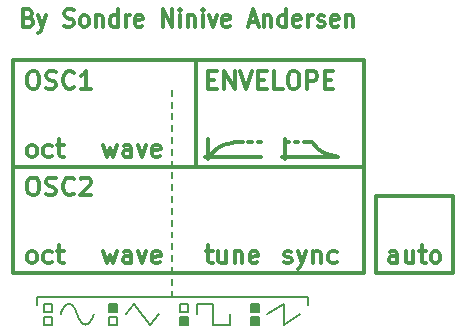
<source format=gbr>
G04 #@! TF.GenerationSoftware,KiCad,Pcbnew,(5.1.0)-1*
G04 #@! TF.CreationDate,2019-04-03T23:27:00+02:00*
G04 #@! TF.ProjectId,BusinessSynth,42757369-6e65-4737-9353-796e74682e6b,rev?*
G04 #@! TF.SameCoordinates,Original*
G04 #@! TF.FileFunction,Legend,Top*
G04 #@! TF.FilePolarity,Positive*
%FSLAX46Y46*%
G04 Gerber Fmt 4.6, Leading zero omitted, Abs format (unit mm)*
G04 Created by KiCad (PCBNEW (5.1.0)-1) date 2019-04-03 23:27:00*
%MOMM*%
%LPD*%
G04 APERTURE LIST*
%ADD10C,0.200000*%
%ADD11C,0.300000*%
G04 APERTURE END LIST*
D10*
X132350000Y-104450000D02*
X131650000Y-104450000D01*
X131650000Y-105150000D02*
X132350000Y-105150000D01*
X131650000Y-104450000D02*
X131650000Y-105150000D01*
X132350000Y-105150000D02*
X132350000Y-104450000D01*
X131650000Y-104050000D02*
X132350000Y-104050000D01*
X132350000Y-103350000D02*
X131650000Y-103350000D01*
X132350000Y-104050000D02*
X132350000Y-103350000D01*
X131650000Y-103350000D02*
X131650000Y-104050000D01*
X137850000Y-104450000D02*
X137150000Y-104450000D01*
X137150000Y-105150000D02*
X137850000Y-105150000D01*
X137150000Y-104450000D02*
X137150000Y-105150000D01*
X137850000Y-105150000D02*
X137850000Y-104450000D01*
X143150000Y-103350000D02*
X143150000Y-104050000D01*
X143850000Y-103350000D02*
X143150000Y-103350000D01*
X143850000Y-104050000D02*
X143850000Y-103350000D01*
X143150000Y-104050000D02*
X143850000Y-104050000D01*
G36*
X149850000Y-105150000D02*
G01*
X149150000Y-105150000D01*
X149150000Y-104450000D01*
X149850000Y-104450000D01*
X149850000Y-105150000D01*
G37*
X149850000Y-105150000D02*
X149150000Y-105150000D01*
X149150000Y-104450000D01*
X149850000Y-104450000D01*
X149850000Y-105150000D01*
G36*
X149850000Y-104050000D02*
G01*
X149150000Y-104050000D01*
X149150000Y-103350000D01*
X149850000Y-103350000D01*
X149850000Y-104050000D01*
G37*
X149850000Y-104050000D02*
X149150000Y-104050000D01*
X149150000Y-103350000D01*
X149850000Y-103350000D01*
X149850000Y-104050000D01*
G36*
X137850000Y-104050000D02*
G01*
X137150000Y-104050000D01*
X137150000Y-103350000D01*
X137850000Y-103350000D01*
X137850000Y-104050000D01*
G37*
X137850000Y-104050000D02*
X137150000Y-104050000D01*
X137150000Y-103350000D01*
X137850000Y-103350000D01*
X137850000Y-104050000D01*
G36*
X143850000Y-105150000D02*
G01*
X143150000Y-105150000D01*
X143150000Y-104450000D01*
X143850000Y-104450000D01*
X143850000Y-105150000D01*
G37*
X143850000Y-105150000D02*
X143150000Y-105150000D01*
X143150000Y-104450000D01*
X143850000Y-104450000D01*
X143850000Y-105150000D01*
X150550000Y-104250000D02*
X151950000Y-103350000D01*
X151950000Y-103350000D02*
X151950000Y-105150000D01*
X151950000Y-105150000D02*
X153350000Y-104250000D01*
X144550000Y-104250000D02*
X144550000Y-103350000D01*
X147350000Y-105150000D02*
X147350000Y-104250000D01*
X145950000Y-103350000D02*
X145950000Y-105150000D01*
X147350000Y-105150000D02*
X145950000Y-105150000D01*
X145950000Y-103350000D02*
X144550000Y-103350000D01*
X139250000Y-103350000D02*
X140650000Y-105150000D01*
X138550000Y-104250000D02*
X139250000Y-103350000D01*
X140650000Y-105150000D02*
X141350000Y-104250000D01*
X135700000Y-104650000D02*
X135850000Y-104250000D01*
X134896893Y-105054161D02*
G75*
G02X134600001Y-104649999I603107J754161D01*
G01*
X135403107Y-105054161D02*
G75*
G03X135699999Y-104649999I-603107J754161D01*
G01*
X135399941Y-105050047D02*
G75*
G02X134900001Y-105049999I-249941J300047D01*
G01*
X134600000Y-104650000D02*
X134450000Y-104250000D01*
X133496893Y-103445839D02*
G75*
G03X133200001Y-103850001I603107J-754161D01*
G01*
X133200000Y-103850000D02*
X133050000Y-104250000D01*
X134300000Y-103850000D02*
X134450000Y-104250000D01*
X133500059Y-103449953D02*
G75*
G02X133999999Y-103450001I249941J-300047D01*
G01*
X134003107Y-103445839D02*
G75*
G02X134299999Y-103850001I-603107J-754161D01*
G01*
X142500000Y-102250000D02*
X142500000Y-102750000D01*
D11*
X161535714Y-99928571D02*
X161535714Y-99142857D01*
X161464285Y-99000000D01*
X161321428Y-98928571D01*
X161035714Y-98928571D01*
X160892857Y-99000000D01*
X161535714Y-99857142D02*
X161392857Y-99928571D01*
X161035714Y-99928571D01*
X160892857Y-99857142D01*
X160821428Y-99714285D01*
X160821428Y-99571428D01*
X160892857Y-99428571D01*
X161035714Y-99357142D01*
X161392857Y-99357142D01*
X161535714Y-99285714D01*
X162892857Y-98928571D02*
X162892857Y-99928571D01*
X162250000Y-98928571D02*
X162250000Y-99714285D01*
X162321428Y-99857142D01*
X162464285Y-99928571D01*
X162678571Y-99928571D01*
X162821428Y-99857142D01*
X162892857Y-99785714D01*
X163392857Y-98928571D02*
X163964285Y-98928571D01*
X163607142Y-98428571D02*
X163607142Y-99714285D01*
X163678571Y-99857142D01*
X163821428Y-99928571D01*
X163964285Y-99928571D01*
X164678571Y-99928571D02*
X164535714Y-99857142D01*
X164464285Y-99785714D01*
X164392857Y-99642857D01*
X164392857Y-99214285D01*
X164464285Y-99071428D01*
X164535714Y-99000000D01*
X164678571Y-98928571D01*
X164892857Y-98928571D01*
X165035714Y-99000000D01*
X165107142Y-99071428D01*
X165178571Y-99214285D01*
X165178571Y-99642857D01*
X165107142Y-99785714D01*
X165035714Y-99857142D01*
X164892857Y-99928571D01*
X164678571Y-99928571D01*
X166250000Y-100750000D02*
X166250000Y-94250000D01*
X159750000Y-100750000D02*
X159750000Y-94250000D01*
X166250000Y-94250000D02*
X159750000Y-94250000D01*
X159750000Y-100750000D02*
X166250000Y-100750000D01*
X130345000Y-79142857D02*
X130545000Y-79214285D01*
X130611666Y-79285714D01*
X130678333Y-79428571D01*
X130678333Y-79642857D01*
X130611666Y-79785714D01*
X130545000Y-79857142D01*
X130411666Y-79928571D01*
X129878333Y-79928571D01*
X129878333Y-78428571D01*
X130345000Y-78428571D01*
X130478333Y-78500000D01*
X130545000Y-78571428D01*
X130611666Y-78714285D01*
X130611666Y-78857142D01*
X130545000Y-79000000D01*
X130478333Y-79071428D01*
X130345000Y-79142857D01*
X129878333Y-79142857D01*
X131145000Y-78928571D02*
X131478333Y-79928571D01*
X131811666Y-78928571D02*
X131478333Y-79928571D01*
X131345000Y-80285714D01*
X131278333Y-80357142D01*
X131145000Y-80428571D01*
X133345000Y-79857142D02*
X133545000Y-79928571D01*
X133878333Y-79928571D01*
X134011666Y-79857142D01*
X134078333Y-79785714D01*
X134145000Y-79642857D01*
X134145000Y-79500000D01*
X134078333Y-79357142D01*
X134011666Y-79285714D01*
X133878333Y-79214285D01*
X133611666Y-79142857D01*
X133478333Y-79071428D01*
X133411666Y-79000000D01*
X133345000Y-78857142D01*
X133345000Y-78714285D01*
X133411666Y-78571428D01*
X133478333Y-78500000D01*
X133611666Y-78428571D01*
X133945000Y-78428571D01*
X134145000Y-78500000D01*
X134945000Y-79928571D02*
X134811666Y-79857142D01*
X134745000Y-79785714D01*
X134678333Y-79642857D01*
X134678333Y-79214285D01*
X134745000Y-79071428D01*
X134811666Y-79000000D01*
X134945000Y-78928571D01*
X135145000Y-78928571D01*
X135278333Y-79000000D01*
X135345000Y-79071428D01*
X135411666Y-79214285D01*
X135411666Y-79642857D01*
X135345000Y-79785714D01*
X135278333Y-79857142D01*
X135145000Y-79928571D01*
X134945000Y-79928571D01*
X136011666Y-78928571D02*
X136011666Y-79928571D01*
X136011666Y-79071428D02*
X136078333Y-79000000D01*
X136211666Y-78928571D01*
X136411666Y-78928571D01*
X136545000Y-79000000D01*
X136611666Y-79142857D01*
X136611666Y-79928571D01*
X137878333Y-79928571D02*
X137878333Y-78428571D01*
X137878333Y-79857142D02*
X137745000Y-79928571D01*
X137478333Y-79928571D01*
X137345000Y-79857142D01*
X137278333Y-79785714D01*
X137211666Y-79642857D01*
X137211666Y-79214285D01*
X137278333Y-79071428D01*
X137345000Y-79000000D01*
X137478333Y-78928571D01*
X137745000Y-78928571D01*
X137878333Y-79000000D01*
X138545000Y-79928571D02*
X138545000Y-78928571D01*
X138545000Y-79214285D02*
X138611666Y-79071428D01*
X138678333Y-79000000D01*
X138811666Y-78928571D01*
X138945000Y-78928571D01*
X139945000Y-79857142D02*
X139811666Y-79928571D01*
X139545000Y-79928571D01*
X139411666Y-79857142D01*
X139345000Y-79714285D01*
X139345000Y-79142857D01*
X139411666Y-79000000D01*
X139545000Y-78928571D01*
X139811666Y-78928571D01*
X139945000Y-79000000D01*
X140011666Y-79142857D01*
X140011666Y-79285714D01*
X139345000Y-79428571D01*
X141678333Y-79928571D02*
X141678333Y-78428571D01*
X142478333Y-79928571D01*
X142478333Y-78428571D01*
X143145000Y-79928571D02*
X143145000Y-78928571D01*
X143145000Y-78428571D02*
X143078333Y-78500000D01*
X143145000Y-78571428D01*
X143211666Y-78500000D01*
X143145000Y-78428571D01*
X143145000Y-78571428D01*
X143811666Y-78928571D02*
X143811666Y-79928571D01*
X143811666Y-79071428D02*
X143878333Y-79000000D01*
X144011666Y-78928571D01*
X144211666Y-78928571D01*
X144345000Y-79000000D01*
X144411666Y-79142857D01*
X144411666Y-79928571D01*
X145078333Y-79928571D02*
X145078333Y-78928571D01*
X145078333Y-78428571D02*
X145011666Y-78500000D01*
X145078333Y-78571428D01*
X145145000Y-78500000D01*
X145078333Y-78428571D01*
X145078333Y-78571428D01*
X145611666Y-78928571D02*
X145945000Y-79928571D01*
X146278333Y-78928571D01*
X147345000Y-79857142D02*
X147211666Y-79928571D01*
X146945000Y-79928571D01*
X146811666Y-79857142D01*
X146745000Y-79714285D01*
X146745000Y-79142857D01*
X146811666Y-79000000D01*
X146945000Y-78928571D01*
X147211666Y-78928571D01*
X147345000Y-79000000D01*
X147411666Y-79142857D01*
X147411666Y-79285714D01*
X146745000Y-79428571D01*
X149011666Y-79500000D02*
X149678333Y-79500000D01*
X148878333Y-79928571D02*
X149345000Y-78428571D01*
X149811666Y-79928571D01*
X150278333Y-78928571D02*
X150278333Y-79928571D01*
X150278333Y-79071428D02*
X150345000Y-79000000D01*
X150478333Y-78928571D01*
X150678333Y-78928571D01*
X150811666Y-79000000D01*
X150878333Y-79142857D01*
X150878333Y-79928571D01*
X152145000Y-79928571D02*
X152145000Y-78428571D01*
X152145000Y-79857142D02*
X152011666Y-79928571D01*
X151745000Y-79928571D01*
X151611666Y-79857142D01*
X151545000Y-79785714D01*
X151478333Y-79642857D01*
X151478333Y-79214285D01*
X151545000Y-79071428D01*
X151611666Y-79000000D01*
X151745000Y-78928571D01*
X152011666Y-78928571D01*
X152145000Y-79000000D01*
X153345000Y-79857142D02*
X153211666Y-79928571D01*
X152945000Y-79928571D01*
X152811666Y-79857142D01*
X152745000Y-79714285D01*
X152745000Y-79142857D01*
X152811666Y-79000000D01*
X152945000Y-78928571D01*
X153211666Y-78928571D01*
X153345000Y-79000000D01*
X153411666Y-79142857D01*
X153411666Y-79285714D01*
X152745000Y-79428571D01*
X154011666Y-79928571D02*
X154011666Y-78928571D01*
X154011666Y-79214285D02*
X154078333Y-79071428D01*
X154145000Y-79000000D01*
X154278333Y-78928571D01*
X154411666Y-78928571D01*
X154811666Y-79857142D02*
X154945000Y-79928571D01*
X155211666Y-79928571D01*
X155345000Y-79857142D01*
X155411666Y-79714285D01*
X155411666Y-79642857D01*
X155345000Y-79500000D01*
X155211666Y-79428571D01*
X155011666Y-79428571D01*
X154878333Y-79357142D01*
X154811666Y-79214285D01*
X154811666Y-79142857D01*
X154878333Y-79000000D01*
X155011666Y-78928571D01*
X155211666Y-78928571D01*
X155345000Y-79000000D01*
X156545000Y-79857142D02*
X156411666Y-79928571D01*
X156145000Y-79928571D01*
X156011666Y-79857142D01*
X155945000Y-79714285D01*
X155945000Y-79142857D01*
X156011666Y-79000000D01*
X156145000Y-78928571D01*
X156411666Y-78928571D01*
X156545000Y-79000000D01*
X156611666Y-79142857D01*
X156611666Y-79285714D01*
X155945000Y-79428571D01*
X157211666Y-78928571D02*
X157211666Y-79928571D01*
X157211666Y-79071428D02*
X157278333Y-79000000D01*
X157411666Y-78928571D01*
X157611666Y-78928571D01*
X157745000Y-79000000D01*
X157811666Y-79142857D01*
X157811666Y-79928571D01*
D10*
X153950000Y-102750000D02*
X153950000Y-103450000D01*
X131050000Y-102750000D02*
X131050000Y-103450000D01*
X131050000Y-102750000D02*
X153950000Y-102750000D01*
X142500000Y-101250000D02*
X142500000Y-101750000D01*
X142500000Y-100250000D02*
X142500000Y-100750000D01*
X142500000Y-99250000D02*
X142500000Y-99750000D01*
X142500000Y-98250000D02*
X142500000Y-98750000D01*
X142500000Y-97250000D02*
X142500000Y-97750000D01*
X142500000Y-96250000D02*
X142500000Y-96750000D01*
X142500000Y-95250000D02*
X142500000Y-95750000D01*
X142500000Y-94250000D02*
X142500000Y-94750000D01*
X142500000Y-93250000D02*
X142500000Y-93750000D01*
X142500000Y-92250000D02*
X142500000Y-92750000D01*
X142500000Y-91250000D02*
X142500000Y-91750000D01*
X142500000Y-90250000D02*
X142500000Y-90750000D01*
X142500000Y-89250000D02*
X142500000Y-89750000D01*
X142500000Y-88250000D02*
X142500000Y-88750000D01*
X142500000Y-87250000D02*
X142500000Y-87750000D01*
X142500000Y-86250000D02*
X142500000Y-86750000D01*
X142500000Y-85250000D02*
X142500000Y-85750000D01*
D11*
X158750000Y-91750000D02*
X129000000Y-91750000D01*
X144500000Y-82750000D02*
X144500000Y-91750000D01*
X129000000Y-100750000D02*
X129000000Y-82750000D01*
X158750000Y-100750000D02*
X129000000Y-100750000D01*
X158750000Y-82750000D02*
X158750000Y-100750000D01*
X129000000Y-82750000D02*
X158750000Y-82750000D01*
X151800000Y-90900000D02*
X156550000Y-90900000D01*
X152050000Y-89450000D02*
X152050000Y-91150000D01*
X152050000Y-89700000D02*
X152350000Y-89700000D01*
X153650000Y-89700000D02*
X154350000Y-89700000D01*
X152850000Y-89700000D02*
X153150000Y-89700000D01*
X155454644Y-90661955D02*
G75*
G03X156450000Y-90900000I995356J1961955D01*
G01*
X154353504Y-89697770D02*
G75*
G03X155453291Y-90661268I2196496J1397770D01*
G01*
X147750000Y-89700000D02*
X148450000Y-89700000D01*
X148950000Y-89700000D02*
X149250000Y-89700000D01*
X149750000Y-89700000D02*
X150050000Y-89700000D01*
X145550000Y-89450000D02*
X145550000Y-91150000D01*
X146753291Y-89938732D02*
G75*
G02X147750000Y-89700000I996709J-1961268D01*
G01*
X145300000Y-90900000D02*
X150050000Y-90900000D01*
X145731422Y-90786730D02*
G75*
G02X146753291Y-89938732I2118578J-1513270D01*
G01*
X151980714Y-99857142D02*
X152123571Y-99928571D01*
X152409285Y-99928571D01*
X152552142Y-99857142D01*
X152623571Y-99714285D01*
X152623571Y-99642857D01*
X152552142Y-99500000D01*
X152409285Y-99428571D01*
X152195000Y-99428571D01*
X152052142Y-99357142D01*
X151980714Y-99214285D01*
X151980714Y-99142857D01*
X152052142Y-99000000D01*
X152195000Y-98928571D01*
X152409285Y-98928571D01*
X152552142Y-99000000D01*
X153123571Y-98928571D02*
X153480714Y-99928571D01*
X153837857Y-98928571D02*
X153480714Y-99928571D01*
X153337857Y-100285714D01*
X153266428Y-100357142D01*
X153123571Y-100428571D01*
X154409285Y-98928571D02*
X154409285Y-99928571D01*
X154409285Y-99071428D02*
X154480714Y-99000000D01*
X154623571Y-98928571D01*
X154837857Y-98928571D01*
X154980714Y-99000000D01*
X155052142Y-99142857D01*
X155052142Y-99928571D01*
X156409285Y-99857142D02*
X156266428Y-99928571D01*
X155980714Y-99928571D01*
X155837857Y-99857142D01*
X155766428Y-99785714D01*
X155695000Y-99642857D01*
X155695000Y-99214285D01*
X155766428Y-99071428D01*
X155837857Y-99000000D01*
X155980714Y-98928571D01*
X156266428Y-98928571D01*
X156409285Y-99000000D01*
X145337857Y-98928571D02*
X145909285Y-98928571D01*
X145552142Y-98428571D02*
X145552142Y-99714285D01*
X145623571Y-99857142D01*
X145766428Y-99928571D01*
X145909285Y-99928571D01*
X147052142Y-98928571D02*
X147052142Y-99928571D01*
X146409285Y-98928571D02*
X146409285Y-99714285D01*
X146480714Y-99857142D01*
X146623571Y-99928571D01*
X146837857Y-99928571D01*
X146980714Y-99857142D01*
X147052142Y-99785714D01*
X147766428Y-98928571D02*
X147766428Y-99928571D01*
X147766428Y-99071428D02*
X147837857Y-99000000D01*
X147980714Y-98928571D01*
X148195000Y-98928571D01*
X148337857Y-99000000D01*
X148409285Y-99142857D01*
X148409285Y-99928571D01*
X149695000Y-99857142D02*
X149552142Y-99928571D01*
X149266428Y-99928571D01*
X149123571Y-99857142D01*
X149052142Y-99714285D01*
X149052142Y-99142857D01*
X149123571Y-99000000D01*
X149266428Y-98928571D01*
X149552142Y-98928571D01*
X149695000Y-99000000D01*
X149766428Y-99142857D01*
X149766428Y-99285714D01*
X149052142Y-99428571D01*
X130516428Y-99928571D02*
X130373571Y-99857142D01*
X130302142Y-99785714D01*
X130230714Y-99642857D01*
X130230714Y-99214285D01*
X130302142Y-99071428D01*
X130373571Y-99000000D01*
X130516428Y-98928571D01*
X130730714Y-98928571D01*
X130873571Y-99000000D01*
X130945000Y-99071428D01*
X131016428Y-99214285D01*
X131016428Y-99642857D01*
X130945000Y-99785714D01*
X130873571Y-99857142D01*
X130730714Y-99928571D01*
X130516428Y-99928571D01*
X132302142Y-99857142D02*
X132159285Y-99928571D01*
X131873571Y-99928571D01*
X131730714Y-99857142D01*
X131659285Y-99785714D01*
X131587857Y-99642857D01*
X131587857Y-99214285D01*
X131659285Y-99071428D01*
X131730714Y-99000000D01*
X131873571Y-98928571D01*
X132159285Y-98928571D01*
X132302142Y-99000000D01*
X132730714Y-98928571D02*
X133302142Y-98928571D01*
X132945000Y-98428571D02*
X132945000Y-99714285D01*
X133016428Y-99857142D01*
X133159285Y-99928571D01*
X133302142Y-99928571D01*
X136659285Y-98928571D02*
X136945000Y-99928571D01*
X137230714Y-99214285D01*
X137516428Y-99928571D01*
X137802142Y-98928571D01*
X139016428Y-99928571D02*
X139016428Y-99142857D01*
X138945000Y-99000000D01*
X138802142Y-98928571D01*
X138516428Y-98928571D01*
X138373571Y-99000000D01*
X139016428Y-99857142D02*
X138873571Y-99928571D01*
X138516428Y-99928571D01*
X138373571Y-99857142D01*
X138302142Y-99714285D01*
X138302142Y-99571428D01*
X138373571Y-99428571D01*
X138516428Y-99357142D01*
X138873571Y-99357142D01*
X139016428Y-99285714D01*
X139587857Y-98928571D02*
X139945000Y-99928571D01*
X140302142Y-98928571D01*
X141445000Y-99857142D02*
X141302142Y-99928571D01*
X141016428Y-99928571D01*
X140873571Y-99857142D01*
X140802142Y-99714285D01*
X140802142Y-99142857D01*
X140873571Y-99000000D01*
X141016428Y-98928571D01*
X141302142Y-98928571D01*
X141445000Y-99000000D01*
X141516428Y-99142857D01*
X141516428Y-99285714D01*
X140802142Y-99428571D01*
X136659285Y-89928571D02*
X136945000Y-90928571D01*
X137230714Y-90214285D01*
X137516428Y-90928571D01*
X137802142Y-89928571D01*
X139016428Y-90928571D02*
X139016428Y-90142857D01*
X138945000Y-90000000D01*
X138802142Y-89928571D01*
X138516428Y-89928571D01*
X138373571Y-90000000D01*
X139016428Y-90857142D02*
X138873571Y-90928571D01*
X138516428Y-90928571D01*
X138373571Y-90857142D01*
X138302142Y-90714285D01*
X138302142Y-90571428D01*
X138373571Y-90428571D01*
X138516428Y-90357142D01*
X138873571Y-90357142D01*
X139016428Y-90285714D01*
X139587857Y-89928571D02*
X139945000Y-90928571D01*
X140302142Y-89928571D01*
X141445000Y-90857142D02*
X141302142Y-90928571D01*
X141016428Y-90928571D01*
X140873571Y-90857142D01*
X140802142Y-90714285D01*
X140802142Y-90142857D01*
X140873571Y-90000000D01*
X141016428Y-89928571D01*
X141302142Y-89928571D01*
X141445000Y-90000000D01*
X141516428Y-90142857D01*
X141516428Y-90285714D01*
X140802142Y-90428571D01*
X130516428Y-90928571D02*
X130373571Y-90857142D01*
X130302142Y-90785714D01*
X130230714Y-90642857D01*
X130230714Y-90214285D01*
X130302142Y-90071428D01*
X130373571Y-90000000D01*
X130516428Y-89928571D01*
X130730714Y-89928571D01*
X130873571Y-90000000D01*
X130945000Y-90071428D01*
X131016428Y-90214285D01*
X131016428Y-90642857D01*
X130945000Y-90785714D01*
X130873571Y-90857142D01*
X130730714Y-90928571D01*
X130516428Y-90928571D01*
X132302142Y-90857142D02*
X132159285Y-90928571D01*
X131873571Y-90928571D01*
X131730714Y-90857142D01*
X131659285Y-90785714D01*
X131587857Y-90642857D01*
X131587857Y-90214285D01*
X131659285Y-90071428D01*
X131730714Y-90000000D01*
X131873571Y-89928571D01*
X132159285Y-89928571D01*
X132302142Y-90000000D01*
X132730714Y-89928571D02*
X133302142Y-89928571D01*
X132945000Y-89428571D02*
X132945000Y-90714285D01*
X133016428Y-90857142D01*
X133159285Y-90928571D01*
X133302142Y-90928571D01*
X145552142Y-84392857D02*
X146052142Y-84392857D01*
X146266428Y-85178571D02*
X145552142Y-85178571D01*
X145552142Y-83678571D01*
X146266428Y-83678571D01*
X146909285Y-85178571D02*
X146909285Y-83678571D01*
X147766428Y-85178571D01*
X147766428Y-83678571D01*
X148266428Y-83678571D02*
X148766428Y-85178571D01*
X149266428Y-83678571D01*
X149766428Y-84392857D02*
X150266428Y-84392857D01*
X150480714Y-85178571D02*
X149766428Y-85178571D01*
X149766428Y-83678571D01*
X150480714Y-83678571D01*
X151837857Y-85178571D02*
X151123571Y-85178571D01*
X151123571Y-83678571D01*
X152623571Y-83678571D02*
X152909285Y-83678571D01*
X153052142Y-83750000D01*
X153195000Y-83892857D01*
X153266428Y-84178571D01*
X153266428Y-84678571D01*
X153195000Y-84964285D01*
X153052142Y-85107142D01*
X152909285Y-85178571D01*
X152623571Y-85178571D01*
X152480714Y-85107142D01*
X152337857Y-84964285D01*
X152266428Y-84678571D01*
X152266428Y-84178571D01*
X152337857Y-83892857D01*
X152480714Y-83750000D01*
X152623571Y-83678571D01*
X153909285Y-85178571D02*
X153909285Y-83678571D01*
X154480714Y-83678571D01*
X154623571Y-83750000D01*
X154695000Y-83821428D01*
X154766428Y-83964285D01*
X154766428Y-84178571D01*
X154695000Y-84321428D01*
X154623571Y-84392857D01*
X154480714Y-84464285D01*
X153909285Y-84464285D01*
X155409285Y-84392857D02*
X155909285Y-84392857D01*
X156123571Y-85178571D02*
X155409285Y-85178571D01*
X155409285Y-83678571D01*
X156123571Y-83678571D01*
X130587857Y-92678571D02*
X130873571Y-92678571D01*
X131016428Y-92750000D01*
X131159285Y-92892857D01*
X131230714Y-93178571D01*
X131230714Y-93678571D01*
X131159285Y-93964285D01*
X131016428Y-94107142D01*
X130873571Y-94178571D01*
X130587857Y-94178571D01*
X130445000Y-94107142D01*
X130302142Y-93964285D01*
X130230714Y-93678571D01*
X130230714Y-93178571D01*
X130302142Y-92892857D01*
X130445000Y-92750000D01*
X130587857Y-92678571D01*
X131802142Y-94107142D02*
X132016428Y-94178571D01*
X132373571Y-94178571D01*
X132516428Y-94107142D01*
X132587857Y-94035714D01*
X132659285Y-93892857D01*
X132659285Y-93750000D01*
X132587857Y-93607142D01*
X132516428Y-93535714D01*
X132373571Y-93464285D01*
X132087857Y-93392857D01*
X131945000Y-93321428D01*
X131873571Y-93250000D01*
X131802142Y-93107142D01*
X131802142Y-92964285D01*
X131873571Y-92821428D01*
X131945000Y-92750000D01*
X132087857Y-92678571D01*
X132445000Y-92678571D01*
X132659285Y-92750000D01*
X134159285Y-94035714D02*
X134087857Y-94107142D01*
X133873571Y-94178571D01*
X133730714Y-94178571D01*
X133516428Y-94107142D01*
X133373571Y-93964285D01*
X133302142Y-93821428D01*
X133230714Y-93535714D01*
X133230714Y-93321428D01*
X133302142Y-93035714D01*
X133373571Y-92892857D01*
X133516428Y-92750000D01*
X133730714Y-92678571D01*
X133873571Y-92678571D01*
X134087857Y-92750000D01*
X134159285Y-92821428D01*
X134730714Y-92821428D02*
X134802142Y-92750000D01*
X134945000Y-92678571D01*
X135302142Y-92678571D01*
X135445000Y-92750000D01*
X135516428Y-92821428D01*
X135587857Y-92964285D01*
X135587857Y-93107142D01*
X135516428Y-93321428D01*
X134659285Y-94178571D01*
X135587857Y-94178571D01*
X130587857Y-83678571D02*
X130873571Y-83678571D01*
X131016428Y-83750000D01*
X131159285Y-83892857D01*
X131230714Y-84178571D01*
X131230714Y-84678571D01*
X131159285Y-84964285D01*
X131016428Y-85107142D01*
X130873571Y-85178571D01*
X130587857Y-85178571D01*
X130445000Y-85107142D01*
X130302142Y-84964285D01*
X130230714Y-84678571D01*
X130230714Y-84178571D01*
X130302142Y-83892857D01*
X130445000Y-83750000D01*
X130587857Y-83678571D01*
X131802142Y-85107142D02*
X132016428Y-85178571D01*
X132373571Y-85178571D01*
X132516428Y-85107142D01*
X132587857Y-85035714D01*
X132659285Y-84892857D01*
X132659285Y-84750000D01*
X132587857Y-84607142D01*
X132516428Y-84535714D01*
X132373571Y-84464285D01*
X132087857Y-84392857D01*
X131945000Y-84321428D01*
X131873571Y-84250000D01*
X131802142Y-84107142D01*
X131802142Y-83964285D01*
X131873571Y-83821428D01*
X131945000Y-83750000D01*
X132087857Y-83678571D01*
X132445000Y-83678571D01*
X132659285Y-83750000D01*
X134159285Y-85035714D02*
X134087857Y-85107142D01*
X133873571Y-85178571D01*
X133730714Y-85178571D01*
X133516428Y-85107142D01*
X133373571Y-84964285D01*
X133302142Y-84821428D01*
X133230714Y-84535714D01*
X133230714Y-84321428D01*
X133302142Y-84035714D01*
X133373571Y-83892857D01*
X133516428Y-83750000D01*
X133730714Y-83678571D01*
X133873571Y-83678571D01*
X134087857Y-83750000D01*
X134159285Y-83821428D01*
X135587857Y-85178571D02*
X134730714Y-85178571D01*
X135159285Y-85178571D02*
X135159285Y-83678571D01*
X135016428Y-83892857D01*
X134873571Y-84035714D01*
X134730714Y-84107142D01*
M02*

</source>
